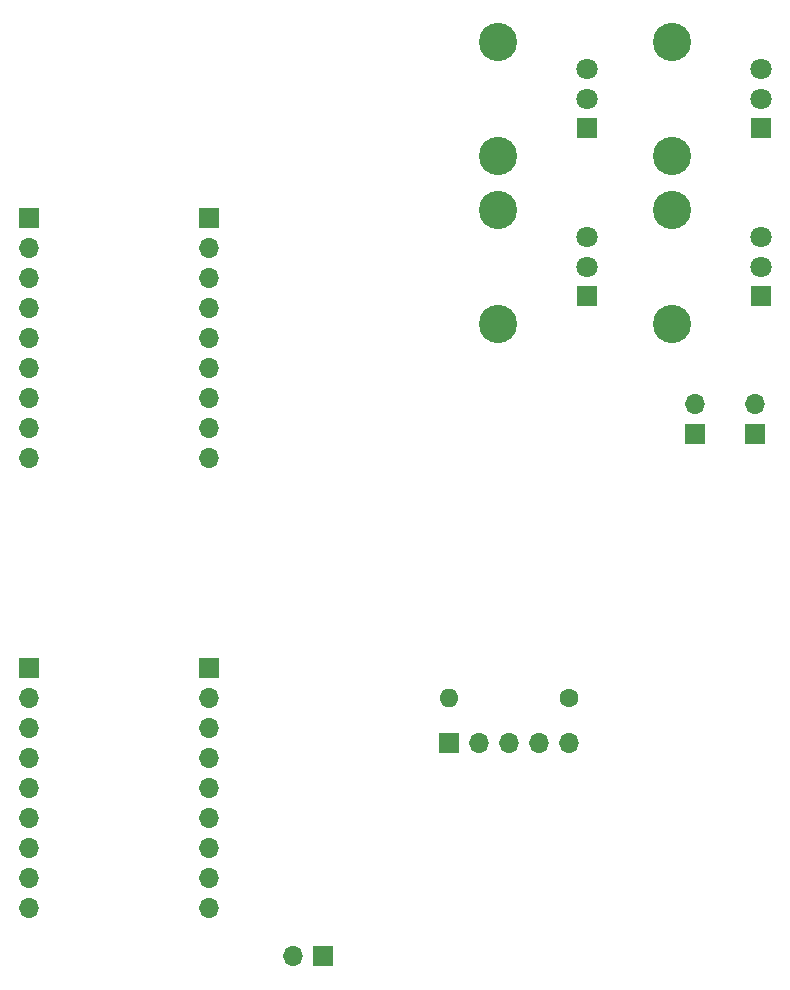
<source format=gbr>
G04 #@! TF.GenerationSoftware,KiCad,Pcbnew,5.1.7*
G04 #@! TF.CreationDate,2020-11-09T12:46:37+01:00*
G04 #@! TF.ProjectId,signal_generator,7369676e-616c-45f6-9765-6e657261746f,rev?*
G04 #@! TF.SameCoordinates,Original*
G04 #@! TF.FileFunction,Soldermask,Bot*
G04 #@! TF.FilePolarity,Negative*
%FSLAX46Y46*%
G04 Gerber Fmt 4.6, Leading zero omitted, Abs format (unit mm)*
G04 Created by KiCad (PCBNEW 5.1.7) date 2020-11-09 12:46:37*
%MOMM*%
%LPD*%
G01*
G04 APERTURE LIST*
%ADD10O,1.600000X1.600000*%
%ADD11C,1.600000*%
%ADD12O,1.700000X1.700000*%
%ADD13R,1.700000X1.700000*%
%ADD14C,3.240000*%
%ADD15C,1.800000*%
%ADD16R,1.800000X1.800000*%
G04 APERTURE END LIST*
D10*
X230632000Y-113284000D03*
D11*
X240792000Y-113284000D03*
D12*
X240792000Y-117094000D03*
X238252000Y-117094000D03*
X235712000Y-117094000D03*
X233172000Y-117094000D03*
D13*
X230632000Y-117094000D03*
D12*
X217424000Y-135128000D03*
D13*
X219964000Y-135128000D03*
D12*
X195072000Y-85344000D03*
X195072000Y-87884000D03*
X195072000Y-82804000D03*
X195072000Y-92964000D03*
X195072000Y-80264000D03*
X195072000Y-75184000D03*
X195072000Y-90424000D03*
X195072000Y-77724000D03*
D13*
X195072000Y-72644000D03*
D12*
X210312000Y-85344000D03*
X210312000Y-87884000D03*
X210312000Y-82804000D03*
X210312000Y-92964000D03*
X210312000Y-80264000D03*
X210312000Y-75184000D03*
X210312000Y-90424000D03*
X210312000Y-77724000D03*
D13*
X210312000Y-72644000D03*
D12*
X195072000Y-123444000D03*
X195072000Y-125984000D03*
X195072000Y-120904000D03*
X195072000Y-131064000D03*
X195072000Y-118364000D03*
X195072000Y-113284000D03*
X195072000Y-128524000D03*
X195072000Y-115824000D03*
D13*
X195072000Y-110744000D03*
D12*
X210312000Y-123444000D03*
X210312000Y-125984000D03*
X210312000Y-120904000D03*
X210312000Y-131064000D03*
X210312000Y-118364000D03*
X210312000Y-113284000D03*
X210312000Y-128524000D03*
X210312000Y-115824000D03*
D13*
X210312000Y-110744000D03*
D14*
X234816000Y-67324000D03*
X234816000Y-57724000D03*
D15*
X242316000Y-60024000D03*
X242316000Y-62524000D03*
D16*
X242316000Y-65024000D03*
D14*
X249548000Y-67324000D03*
X249548000Y-57724000D03*
D15*
X257048000Y-60024000D03*
X257048000Y-62524000D03*
D16*
X257048000Y-65024000D03*
D14*
X234816000Y-81548000D03*
X234816000Y-71948000D03*
D15*
X242316000Y-74248000D03*
X242316000Y-76748000D03*
D16*
X242316000Y-79248000D03*
D14*
X249548000Y-81548000D03*
X249548000Y-71948000D03*
D15*
X257048000Y-74248000D03*
X257048000Y-76748000D03*
D16*
X257048000Y-79248000D03*
D12*
X256540000Y-88392000D03*
D13*
X256540000Y-90932000D03*
X251460000Y-90932000D03*
D12*
X251460000Y-88392000D03*
M02*

</source>
